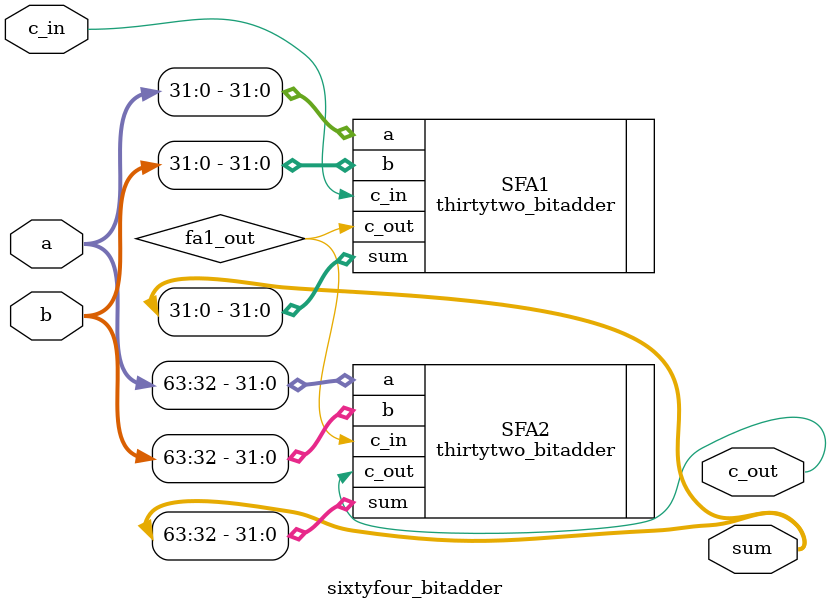
<source format=v>
`timescale 1ns / 1ps


module sixtyfour_bitadder(a, b, c_in, c_out, sum);
    input [63:0] a;
    input [63:0] b;
    input c_in;
    output c_out;
    output [63:0] sum;
    wire fa1_out;
    
    thirtytwo_bitadder SFA1(.c_out(fa1_out), .sum(sum[31:0]), .a(a[31:0]), .b(b[31:0]), .c_in(c_in));
    thirtytwo_bitadder SFA2(.c_out(c_out), .sum(sum[63:32]), .a(a[63:32]), .b(b[63:32]), .c_in(fa1_out));
    
endmodule

</source>
